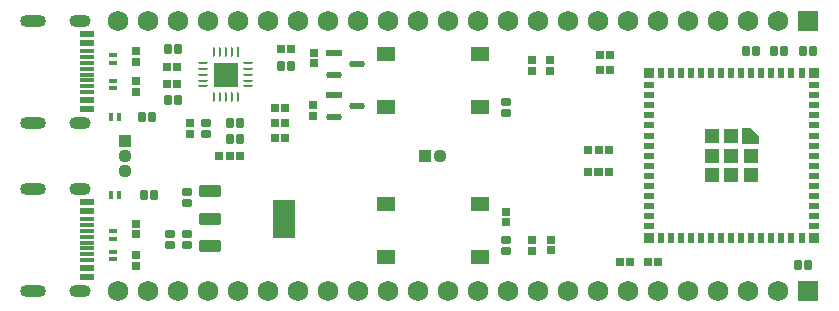
<source format=gts>
G04*
G04 #@! TF.GenerationSoftware,Altium Limited,Altium Designer,25.8.1 (18)*
G04*
G04 Layer_Color=8388736*
%FSLAX25Y25*%
%MOIN*%
G70*
G04*
G04 #@! TF.SameCoordinates,84CAB14F-A09E-4842-903A-F773CCEDBAE3*
G04*
G04*
G04 #@! TF.FilePolarity,Negative*
G04*
G01*
G75*
G04:AMPARAMS|DCode=18|XSize=33.06mil|YSize=9.55mil|CornerRadius=4.77mil|HoleSize=0mil|Usage=FLASHONLY|Rotation=270.000|XOffset=0mil|YOffset=0mil|HoleType=Round|Shape=RoundedRectangle|*
%AMROUNDEDRECTD18*
21,1,0.03306,0.00000,0,0,270.0*
21,1,0.02351,0.00955,0,0,270.0*
1,1,0.00955,0.00000,-0.01176*
1,1,0.00955,0.00000,0.01176*
1,1,0.00955,0.00000,0.01176*
1,1,0.00955,0.00000,-0.01176*
%
%ADD18ROUNDEDRECTD18*%
%ADD19R,0.04528X0.02362*%
%ADD30R,0.06100X0.05100*%
G04:AMPARAMS|DCode=33|XSize=53.43mil|YSize=22.53mil|CornerRadius=11.26mil|HoleSize=0mil|Usage=FLASHONLY|Rotation=0.000|XOffset=0mil|YOffset=0mil|HoleType=Round|Shape=RoundedRectangle|*
%AMROUNDEDRECTD33*
21,1,0.05343,0.00000,0,0,0.0*
21,1,0.03091,0.02253,0,0,0.0*
1,1,0.02253,0.01545,0.00000*
1,1,0.02253,-0.01545,0.00000*
1,1,0.02253,-0.01545,0.00000*
1,1,0.02253,0.01545,0.00000*
%
%ADD33ROUNDEDRECTD33*%
G04:AMPARAMS|DCode=34|XSize=9.55mil|YSize=33.06mil|CornerRadius=4.77mil|HoleSize=0mil|Usage=FLASHONLY|Rotation=270.000|XOffset=0mil|YOffset=0mil|HoleType=Round|Shape=RoundedRectangle|*
%AMROUNDEDRECTD34*
21,1,0.00955,0.02351,0,0,270.0*
21,1,0.00000,0.03306,0,0,270.0*
1,1,0.00955,-0.01176,0.00000*
1,1,0.00955,-0.01176,0.00000*
1,1,0.00955,0.01176,0.00000*
1,1,0.00955,0.01176,0.00000*
%
%ADD34ROUNDEDRECTD34*%
%ADD35R,0.00955X0.03306*%
%ADD36R,0.04528X0.01181*%
%ADD37R,0.05343X0.02253*%
%ADD38R,0.02929X0.03165*%
%ADD39R,0.02762X0.01778*%
%ADD40R,0.03165X0.02929*%
G04:AMPARAMS|DCode=41|XSize=27.62mil|YSize=30.38mil|CornerRadius=4.95mil|HoleSize=0mil|Usage=FLASHONLY|Rotation=270.000|XOffset=0mil|YOffset=0mil|HoleType=Round|Shape=RoundedRectangle|*
%AMROUNDEDRECTD41*
21,1,0.02762,0.02047,0,0,270.0*
21,1,0.01772,0.03038,0,0,270.0*
1,1,0.00991,-0.01024,-0.00886*
1,1,0.00991,-0.01024,0.00886*
1,1,0.00991,0.01024,0.00886*
1,1,0.00991,0.01024,-0.00886*
%
%ADD41ROUNDEDRECTD41*%
%ADD42R,0.01778X0.02762*%
G04:AMPARAMS|DCode=43|XSize=39.43mil|YSize=72.9mil|CornerRadius=3.95mil|HoleSize=0mil|Usage=FLASHONLY|Rotation=90.000|XOffset=0mil|YOffset=0mil|HoleType=Round|Shape=RoundedRectangle|*
%AMROUNDEDRECTD43*
21,1,0.03943,0.06500,0,0,90.0*
21,1,0.03154,0.07290,0,0,90.0*
1,1,0.00790,0.03250,0.01577*
1,1,0.00790,0.03250,-0.01577*
1,1,0.00790,-0.03250,-0.01577*
1,1,0.00790,-0.03250,0.01577*
%
%ADD43ROUNDEDRECTD43*%
G04:AMPARAMS|DCode=44|XSize=129.98mil|YSize=72.9mil|CornerRadius=4.07mil|HoleSize=0mil|Usage=FLASHONLY|Rotation=90.000|XOffset=0mil|YOffset=0mil|HoleType=Round|Shape=RoundedRectangle|*
%AMROUNDEDRECTD44*
21,1,0.12998,0.06476,0,0,90.0*
21,1,0.12185,0.07290,0,0,90.0*
1,1,0.00813,0.03238,0.06093*
1,1,0.00813,0.03238,-0.06093*
1,1,0.00813,-0.03238,-0.06093*
1,1,0.00813,-0.03238,0.06093*
%
%ADD44ROUNDEDRECTD44*%
G04:AMPARAMS|DCode=45|XSize=27.62mil|YSize=30.38mil|CornerRadius=4.95mil|HoleSize=0mil|Usage=FLASHONLY|Rotation=180.000|XOffset=0mil|YOffset=0mil|HoleType=Round|Shape=RoundedRectangle|*
%AMROUNDEDRECTD45*
21,1,0.02762,0.02047,0,0,180.0*
21,1,0.01772,0.03038,0,0,180.0*
1,1,0.00991,-0.00886,0.01024*
1,1,0.00991,0.00886,0.01024*
1,1,0.00991,0.00886,-0.01024*
1,1,0.00991,-0.00886,-0.01024*
%
%ADD45ROUNDEDRECTD45*%
%ADD46R,0.03156X0.02762*%
%ADD47R,0.03550X0.03550*%
%ADD48R,0.05124X0.05124*%
%ADD49R,0.01975X0.03550*%
%ADD50R,0.03550X0.01975*%
%ADD51R,0.08071X0.08071*%
G04:AMPARAMS|DCode=52|XSize=39.37mil|YSize=70.87mil|CornerRadius=19.68mil|HoleSize=0mil|Usage=FLASHONLY|Rotation=270.000|XOffset=0mil|YOffset=0mil|HoleType=Round|Shape=RoundedRectangle|*
%AMROUNDEDRECTD52*
21,1,0.03937,0.03150,0,0,270.0*
21,1,0.00000,0.07087,0,0,270.0*
1,1,0.03937,-0.01575,0.00000*
1,1,0.03937,-0.01575,0.00000*
1,1,0.03937,0.01575,0.00000*
1,1,0.03937,0.01575,0.00000*
%
%ADD52ROUNDEDRECTD52*%
%ADD53C,0.06800*%
G04:AMPARAMS|DCode=54|XSize=39.37mil|YSize=86.61mil|CornerRadius=19.68mil|HoleSize=0mil|Usage=FLASHONLY|Rotation=270.000|XOffset=0mil|YOffset=0mil|HoleType=Round|Shape=RoundedRectangle|*
%AMROUNDEDRECTD54*
21,1,0.03937,0.04724,0,0,270.0*
21,1,0.00000,0.08661,0,0,270.0*
1,1,0.03937,-0.02362,0.00000*
1,1,0.03937,-0.02362,0.00000*
1,1,0.03937,0.02362,0.00000*
1,1,0.03937,0.02362,0.00000*
%
%ADD54ROUNDEDRECTD54*%
%ADD55R,0.06800X0.06800*%
%ADD56R,0.04400X0.04400*%
%ADD57C,0.04400*%
%ADD58R,0.04400X0.04400*%
G36*
X243244Y53740D02*
Y59252D01*
X246197D01*
X248756Y56693D01*
Y53740D01*
X243244D01*
D02*
G37*
D18*
X74937Y69459D02*
D03*
X71000Y84541D02*
D03*
Y69459D02*
D03*
X67063D02*
D03*
X69032D02*
D03*
X72969Y84541D02*
D03*
X69032D02*
D03*
X67063D02*
D03*
X72969Y69459D02*
D03*
D19*
X24764Y9409D02*
D03*
Y34606D02*
D03*
Y65394D02*
D03*
Y90591D02*
D03*
Y68543D02*
D03*
Y87441D02*
D03*
Y31457D02*
D03*
Y12559D02*
D03*
D30*
X155650Y83858D02*
D03*
X124350D02*
D03*
X155650Y33858D02*
D03*
X124350D02*
D03*
Y16142D02*
D03*
X155650D02*
D03*
Y66142D02*
D03*
X124350D02*
D03*
D33*
X107258Y76760D02*
D03*
Y62760D02*
D03*
X114742Y80500D02*
D03*
Y66500D02*
D03*
D34*
X78541Y77000D02*
D03*
Y78969D02*
D03*
Y73063D02*
D03*
Y75032D02*
D03*
X63459Y80937D02*
D03*
Y78969D02*
D03*
Y73063D02*
D03*
X78541Y80937D02*
D03*
X63459Y75032D02*
D03*
Y77000D02*
D03*
D35*
X74937Y84541D02*
D03*
D36*
X24764Y19055D02*
D03*
Y22992D02*
D03*
Y84882D02*
D03*
Y82913D02*
D03*
Y80945D02*
D03*
Y78976D02*
D03*
Y77008D02*
D03*
Y75039D02*
D03*
Y73071D02*
D03*
Y71102D02*
D03*
Y15118D02*
D03*
Y17087D02*
D03*
Y21024D02*
D03*
Y24961D02*
D03*
Y26929D02*
D03*
Y28898D02*
D03*
D37*
X107258Y84240D02*
D03*
Y70240D02*
D03*
D38*
X87299Y56000D02*
D03*
X90701D02*
D03*
Y61000D02*
D03*
X202299Y14500D02*
D03*
X72299Y50000D02*
D03*
D03*
X87299Y61000D02*
D03*
Y66000D02*
D03*
X211799Y14500D02*
D03*
X195201Y44500D02*
D03*
X191799D02*
D03*
X75701Y50000D02*
D03*
X92701Y85500D02*
D03*
X54902Y79500D02*
D03*
Y74000D02*
D03*
X89299Y85500D02*
D03*
X195299Y44500D02*
D03*
X198701Y51800D02*
D03*
X195299D02*
D03*
D03*
X195799Y78500D02*
D03*
X191898Y51800D02*
D03*
X198701Y44500D02*
D03*
X68898Y50000D02*
D03*
X51500Y74000D02*
D03*
Y79500D02*
D03*
X90701Y66000D02*
D03*
X199201Y83500D02*
D03*
X195799D02*
D03*
X205701Y14500D02*
D03*
X215201D02*
D03*
X199201Y78500D02*
D03*
D39*
X33500Y15441D02*
D03*
Y24780D02*
D03*
Y72441D02*
D03*
Y83559D02*
D03*
Y18000D02*
D03*
Y81000D02*
D03*
Y75000D02*
D03*
Y22220D02*
D03*
D40*
X41000Y16701D02*
D03*
Y81299D02*
D03*
Y74701D02*
D03*
Y23799D02*
D03*
X59000Y60701D02*
D03*
X100000Y66701D02*
D03*
X100500Y80799D02*
D03*
X164500Y31201D02*
D03*
X179000Y78299D02*
D03*
X179500Y22000D02*
D03*
X100000Y63299D02*
D03*
X59000Y57299D02*
D03*
X41000Y27201D02*
D03*
X179500Y18598D02*
D03*
X41000Y84701D02*
D03*
Y71299D02*
D03*
X179000Y81701D02*
D03*
X41000Y13299D02*
D03*
X164500Y27799D02*
D03*
X100500Y84201D02*
D03*
D41*
X58000Y23720D02*
D03*
X52500D02*
D03*
X58000Y34280D02*
D03*
X64500Y57279D02*
D03*
X164500Y64280D02*
D03*
Y18280D02*
D03*
X64500Y60720D02*
D03*
X164500Y67721D02*
D03*
Y21721D02*
D03*
X58000Y37721D02*
D03*
Y20279D02*
D03*
X52500D02*
D03*
D42*
X32721Y37000D02*
D03*
Y63000D02*
D03*
X35280D02*
D03*
Y37000D02*
D03*
D43*
X65697Y29000D02*
D03*
Y38055D02*
D03*
Y19945D02*
D03*
D44*
X90303Y29000D02*
D03*
D45*
X47221Y37000D02*
D03*
X75721Y61000D02*
D03*
X46441Y63000D02*
D03*
X51780Y68500D02*
D03*
Y85500D02*
D03*
X75721Y55500D02*
D03*
X244280Y85000D02*
D03*
X266721D02*
D03*
X257221D02*
D03*
X261779Y13500D02*
D03*
X92721Y80000D02*
D03*
X72280Y55500D02*
D03*
Y61000D02*
D03*
X247721Y85000D02*
D03*
X253780D02*
D03*
X263280D02*
D03*
X265220Y13500D02*
D03*
X89280Y80000D02*
D03*
X55221Y68500D02*
D03*
Y85500D02*
D03*
X43000Y63000D02*
D03*
X43780Y37000D02*
D03*
D46*
X173000Y18130D02*
D03*
Y81870D02*
D03*
Y78130D02*
D03*
Y21870D02*
D03*
D47*
X211945Y22441D02*
D03*
Y77559D02*
D03*
X267063Y22441D02*
D03*
Y77559D02*
D03*
D48*
X233008Y50000D02*
D03*
Y43504D02*
D03*
X239504D02*
D03*
Y50000D02*
D03*
X233008Y56496D02*
D03*
X239504D02*
D03*
X246000Y43504D02*
D03*
Y50000D02*
D03*
D49*
X252890Y22441D02*
D03*
X256236D02*
D03*
X262929Y77559D02*
D03*
X259583D02*
D03*
X256236D02*
D03*
X262929Y22441D02*
D03*
X259583D02*
D03*
X249543D02*
D03*
X246197D02*
D03*
X242850D02*
D03*
X239504D02*
D03*
X236157D02*
D03*
X232811D02*
D03*
X229465D02*
D03*
X226118D02*
D03*
X222772D02*
D03*
X219425D02*
D03*
X216079D02*
D03*
Y77559D02*
D03*
X219425D02*
D03*
X222772D02*
D03*
X226118D02*
D03*
X229465D02*
D03*
X232811D02*
D03*
X236157D02*
D03*
X239504D02*
D03*
X242850D02*
D03*
X246197D02*
D03*
X249543D02*
D03*
X252890D02*
D03*
D50*
X267063Y26575D02*
D03*
Y29921D02*
D03*
Y33268D02*
D03*
Y39961D02*
D03*
Y36614D02*
D03*
Y50000D02*
D03*
Y43307D02*
D03*
Y46654D02*
D03*
Y53347D02*
D03*
Y63386D02*
D03*
Y56693D02*
D03*
Y60039D02*
D03*
Y70079D02*
D03*
Y66732D02*
D03*
Y73425D02*
D03*
X211945Y46654D02*
D03*
Y50000D02*
D03*
Y26575D02*
D03*
Y29921D02*
D03*
Y33268D02*
D03*
Y36614D02*
D03*
Y39961D02*
D03*
Y43307D02*
D03*
Y53347D02*
D03*
Y56693D02*
D03*
Y60039D02*
D03*
Y63386D02*
D03*
Y66732D02*
D03*
Y70079D02*
D03*
Y73425D02*
D03*
D51*
X71000Y77000D02*
D03*
D52*
X22500Y5000D02*
D03*
Y39016D02*
D03*
Y60984D02*
D03*
Y95000D02*
D03*
D53*
X35000Y5000D02*
D03*
X45000Y95000D02*
D03*
X255000Y5000D02*
D03*
Y95000D02*
D03*
X75000Y5000D02*
D03*
X65000D02*
D03*
X55000Y95000D02*
D03*
X35000D02*
D03*
X65000D02*
D03*
X75000D02*
D03*
X85000D02*
D03*
X95000D02*
D03*
X105000D02*
D03*
X115000D02*
D03*
X125000D02*
D03*
X135000D02*
D03*
X145000D02*
D03*
X155000D02*
D03*
X165000D02*
D03*
X175000D02*
D03*
X185000D02*
D03*
X195000D02*
D03*
X205000D02*
D03*
X215000D02*
D03*
X225000D02*
D03*
X235000D02*
D03*
X245000D02*
D03*
X45000Y5000D02*
D03*
X55000D02*
D03*
X85000D02*
D03*
X95000D02*
D03*
X105000D02*
D03*
X115000D02*
D03*
X125000D02*
D03*
X135000D02*
D03*
X145000D02*
D03*
X155000D02*
D03*
X165000D02*
D03*
X175000D02*
D03*
X185000D02*
D03*
X195000D02*
D03*
X205000D02*
D03*
X215000D02*
D03*
X225000D02*
D03*
X235000D02*
D03*
X245000D02*
D03*
D54*
X6752D02*
D03*
Y39016D02*
D03*
Y60984D02*
D03*
Y95000D02*
D03*
D55*
X265000D02*
D03*
Y5000D02*
D03*
D56*
X137500Y50000D02*
D03*
D57*
X142500D02*
D03*
X37500D02*
D03*
Y45000D02*
D03*
D58*
Y55000D02*
D03*
M02*

</source>
